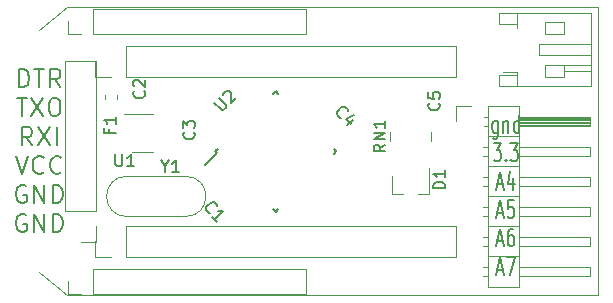
<source format=gto>
G04 #@! TF.GenerationSoftware,KiCad,Pcbnew,(5.1.2)-1*
G04 #@! TF.CreationDate,2019-08-30T21:10:08+09:00*
G04 #@! TF.ProjectId,wii_controller,7769695f-636f-46e7-9472-6f6c6c65722e,rev?*
G04 #@! TF.SameCoordinates,PXdf378e0PY8bfaf60*
G04 #@! TF.FileFunction,Legend,Top*
G04 #@! TF.FilePolarity,Positive*
%FSLAX46Y46*%
G04 Gerber Fmt 4.6, Leading zero omitted, Abs format (unit mm)*
G04 Created by KiCad (PCBNEW (5.1.2)-1) date 2019-08-30 21:10:08*
%MOMM*%
%LPD*%
G04 APERTURE LIST*
%ADD10C,0.200000*%
%ADD11C,0.150000*%
%ADD12C,0.050000*%
%ADD13C,0.120000*%
G04 APERTURE END LIST*
D10*
X-5214286Y5446429D02*
X-5214286Y6946429D01*
X-4857143Y6946429D01*
X-4642858Y6875000D01*
X-4500000Y6732143D01*
X-4428572Y6589286D01*
X-4357143Y6303572D01*
X-4357143Y6089286D01*
X-4428572Y5803572D01*
X-4500000Y5660715D01*
X-4642858Y5517858D01*
X-4857143Y5446429D01*
X-5214286Y5446429D01*
X-3928572Y6946429D02*
X-3071429Y6946429D01*
X-3500000Y5446429D02*
X-3500000Y6946429D01*
X-1714286Y5446429D02*
X-2214286Y6160715D01*
X-2571429Y5446429D02*
X-2571429Y6946429D01*
X-2000000Y6946429D01*
X-1857143Y6875000D01*
X-1785715Y6803572D01*
X-1714286Y6660715D01*
X-1714286Y6446429D01*
X-1785715Y6303572D01*
X-1857143Y6232143D01*
X-2000000Y6160715D01*
X-2571429Y6160715D01*
X-5428572Y4496429D02*
X-4571429Y4496429D01*
X-5000000Y2996429D02*
X-5000000Y4496429D01*
X-4214286Y4496429D02*
X-3214286Y2996429D01*
X-3214286Y4496429D02*
X-4214286Y2996429D01*
X-2357143Y4496429D02*
X-2071429Y4496429D01*
X-1928572Y4425000D01*
X-1785715Y4282143D01*
X-1714286Y3996429D01*
X-1714286Y3496429D01*
X-1785715Y3210715D01*
X-1928572Y3067858D01*
X-2071429Y2996429D01*
X-2357143Y2996429D01*
X-2500000Y3067858D01*
X-2642858Y3210715D01*
X-2714286Y3496429D01*
X-2714286Y3996429D01*
X-2642858Y4282143D01*
X-2500000Y4425000D01*
X-2357143Y4496429D01*
X-4107143Y546429D02*
X-4607143Y1260715D01*
X-4964286Y546429D02*
X-4964286Y2046429D01*
X-4392858Y2046429D01*
X-4250000Y1975000D01*
X-4178572Y1903572D01*
X-4107143Y1760715D01*
X-4107143Y1546429D01*
X-4178572Y1403572D01*
X-4250000Y1332143D01*
X-4392858Y1260715D01*
X-4964286Y1260715D01*
X-3607143Y2046429D02*
X-2607143Y546429D01*
X-2607143Y2046429D02*
X-3607143Y546429D01*
X-2035715Y546429D02*
X-2035715Y2046429D01*
X-5500000Y-403571D02*
X-5000000Y-1903571D01*
X-4500000Y-403571D01*
X-3142858Y-1760714D02*
X-3214286Y-1832142D01*
X-3428572Y-1903571D01*
X-3571429Y-1903571D01*
X-3785715Y-1832142D01*
X-3928572Y-1689285D01*
X-4000000Y-1546428D01*
X-4071429Y-1260714D01*
X-4071429Y-1046428D01*
X-4000000Y-760714D01*
X-3928572Y-617857D01*
X-3785715Y-475000D01*
X-3571429Y-403571D01*
X-3428572Y-403571D01*
X-3214286Y-475000D01*
X-3142858Y-546428D01*
X-1642858Y-1760714D02*
X-1714286Y-1832142D01*
X-1928572Y-1903571D01*
X-2071429Y-1903571D01*
X-2285715Y-1832142D01*
X-2428572Y-1689285D01*
X-2500000Y-1546428D01*
X-2571429Y-1260714D01*
X-2571429Y-1046428D01*
X-2500000Y-760714D01*
X-2428572Y-617857D01*
X-2285715Y-475000D01*
X-2071429Y-403571D01*
X-1928572Y-403571D01*
X-1714286Y-475000D01*
X-1642858Y-546428D01*
X-4642858Y-2925000D02*
X-4785715Y-2853571D01*
X-5000000Y-2853571D01*
X-5214286Y-2925000D01*
X-5357143Y-3067857D01*
X-5428572Y-3210714D01*
X-5500000Y-3496428D01*
X-5500000Y-3710714D01*
X-5428572Y-3996428D01*
X-5357143Y-4139285D01*
X-5214286Y-4282142D01*
X-5000000Y-4353571D01*
X-4857143Y-4353571D01*
X-4642858Y-4282142D01*
X-4571429Y-4210714D01*
X-4571429Y-3710714D01*
X-4857143Y-3710714D01*
X-3928572Y-4353571D02*
X-3928572Y-2853571D01*
X-3071429Y-4353571D01*
X-3071429Y-2853571D01*
X-2357143Y-4353571D02*
X-2357143Y-2853571D01*
X-2000000Y-2853571D01*
X-1785715Y-2925000D01*
X-1642858Y-3067857D01*
X-1571429Y-3210714D01*
X-1500000Y-3496428D01*
X-1500000Y-3710714D01*
X-1571429Y-3996428D01*
X-1642858Y-4139285D01*
X-1785715Y-4282142D01*
X-2000000Y-4353571D01*
X-2357143Y-4353571D01*
X-4642858Y-5375000D02*
X-4785715Y-5303571D01*
X-5000000Y-5303571D01*
X-5214286Y-5375000D01*
X-5357143Y-5517857D01*
X-5428572Y-5660714D01*
X-5500000Y-5946428D01*
X-5500000Y-6160714D01*
X-5428572Y-6446428D01*
X-5357143Y-6589285D01*
X-5214286Y-6732142D01*
X-5000000Y-6803571D01*
X-4857143Y-6803571D01*
X-4642858Y-6732142D01*
X-4571429Y-6660714D01*
X-4571429Y-6160714D01*
X-4857143Y-6160714D01*
X-3928572Y-6803571D02*
X-3928572Y-5303571D01*
X-3071429Y-6803571D01*
X-3071429Y-5303571D01*
X-2357143Y-6803571D02*
X-2357143Y-5303571D01*
X-2000000Y-5303571D01*
X-1785715Y-5375000D01*
X-1642858Y-5517857D01*
X-1571429Y-5660714D01*
X-1500000Y-5946428D01*
X-1500000Y-6160714D01*
X-1571429Y-6446428D01*
X-1642858Y-6589285D01*
X-1785715Y-6732142D01*
X-2000000Y-6803571D01*
X-2357143Y-6803571D01*
D11*
X35309523Y2571429D02*
X35309523Y1357143D01*
X35261904Y1214286D01*
X35214285Y1142858D01*
X35119047Y1071429D01*
X34976190Y1071429D01*
X34880952Y1142858D01*
X35309523Y1642858D02*
X35214285Y1571429D01*
X35023809Y1571429D01*
X34928571Y1642858D01*
X34880952Y1714286D01*
X34833333Y1857143D01*
X34833333Y2285715D01*
X34880952Y2428572D01*
X34928571Y2500000D01*
X35023809Y2571429D01*
X35214285Y2571429D01*
X35309523Y2500000D01*
X35785714Y2571429D02*
X35785714Y1571429D01*
X35785714Y2428572D02*
X35833333Y2500000D01*
X35928571Y2571429D01*
X36071428Y2571429D01*
X36166666Y2500000D01*
X36214285Y2357143D01*
X36214285Y1571429D01*
X37119047Y1571429D02*
X37119047Y3071429D01*
X37119047Y1642858D02*
X37023809Y1571429D01*
X36833333Y1571429D01*
X36738095Y1642858D01*
X36690476Y1714286D01*
X36642857Y1857143D01*
X36642857Y2285715D01*
X36690476Y2428572D01*
X36738095Y2500000D01*
X36833333Y2571429D01*
X37023809Y2571429D01*
X37119047Y2500000D01*
X34952380Y671429D02*
X35571428Y671429D01*
X35238095Y100000D01*
X35380952Y100000D01*
X35476190Y28572D01*
X35523809Y-42857D01*
X35571428Y-185714D01*
X35571428Y-542857D01*
X35523809Y-685714D01*
X35476190Y-757142D01*
X35380952Y-828571D01*
X35095238Y-828571D01*
X35000000Y-757142D01*
X34952380Y-685714D01*
X36000000Y-685714D02*
X36047619Y-757142D01*
X36000000Y-828571D01*
X35952380Y-757142D01*
X36000000Y-685714D01*
X36000000Y-828571D01*
X36380952Y671429D02*
X37000000Y671429D01*
X36666666Y100000D01*
X36809523Y100000D01*
X36904761Y28572D01*
X36952380Y-42857D01*
X37000000Y-185714D01*
X37000000Y-542857D01*
X36952380Y-685714D01*
X36904761Y-757142D01*
X36809523Y-828571D01*
X36523809Y-828571D01*
X36428571Y-757142D01*
X36380952Y-685714D01*
X35285714Y-2800000D02*
X35761904Y-2800000D01*
X35190476Y-3228571D02*
X35523809Y-1728571D01*
X35857142Y-3228571D01*
X36619047Y-2228571D02*
X36619047Y-3228571D01*
X36380952Y-1657142D02*
X36142857Y-2728571D01*
X36761904Y-2728571D01*
X35285714Y-5200000D02*
X35761904Y-5200000D01*
X35190476Y-5628571D02*
X35523809Y-4128571D01*
X35857142Y-5628571D01*
X36666666Y-4128571D02*
X36190476Y-4128571D01*
X36142857Y-4842857D01*
X36190476Y-4771428D01*
X36285714Y-4700000D01*
X36523809Y-4700000D01*
X36619047Y-4771428D01*
X36666666Y-4842857D01*
X36714285Y-4985714D01*
X36714285Y-5342857D01*
X36666666Y-5485714D01*
X36619047Y-5557142D01*
X36523809Y-5628571D01*
X36285714Y-5628571D01*
X36190476Y-5557142D01*
X36142857Y-5485714D01*
X35285714Y-7600000D02*
X35761904Y-7600000D01*
X35190476Y-8028571D02*
X35523809Y-6528571D01*
X35857142Y-8028571D01*
X36619047Y-6528571D02*
X36428571Y-6528571D01*
X36333333Y-6600000D01*
X36285714Y-6671428D01*
X36190476Y-6885714D01*
X36142857Y-7171428D01*
X36142857Y-7742857D01*
X36190476Y-7885714D01*
X36238095Y-7957142D01*
X36333333Y-8028571D01*
X36523809Y-8028571D01*
X36619047Y-7957142D01*
X36666666Y-7885714D01*
X36714285Y-7742857D01*
X36714285Y-7385714D01*
X36666666Y-7242857D01*
X36619047Y-7171428D01*
X36523809Y-7100000D01*
X36333333Y-7100000D01*
X36238095Y-7171428D01*
X36190476Y-7242857D01*
X36142857Y-7385714D01*
X35285714Y-10000000D02*
X35761904Y-10000000D01*
X35190476Y-10428571D02*
X35523809Y-8928571D01*
X35857142Y-10428571D01*
X36095238Y-8928571D02*
X36761904Y-8928571D01*
X36333333Y-10428571D01*
D12*
X43802081Y12202082D02*
X-1197919Y12202082D01*
X43802082Y-12197919D02*
X43802081Y12202082D01*
X-1197918Y-12197919D02*
X43802082Y-12197919D01*
X-3500000Y10250000D02*
X-1197919Y12202082D01*
X-3500000Y-10250000D02*
X-1197918Y-12197919D01*
D13*
X26222082Y1672082D02*
X26222082Y872082D01*
X29662082Y1672082D02*
X29662082Y872082D01*
X31752082Y3812082D02*
X33022082Y3812082D01*
X31752082Y2542082D02*
X31752082Y3812082D01*
X34065011Y-10537918D02*
X34462082Y-10537918D01*
X34065011Y-9777918D02*
X34462082Y-9777918D01*
X43122082Y-10537918D02*
X37122082Y-10537918D01*
X43122082Y-9777918D02*
X43122082Y-10537918D01*
X37122082Y-9777918D02*
X43122082Y-9777918D01*
X34462082Y-8887918D02*
X37122082Y-8887918D01*
X34065011Y-7997918D02*
X34462082Y-7997918D01*
X34065011Y-7237918D02*
X34462082Y-7237918D01*
X43122082Y-7997918D02*
X37122082Y-7997918D01*
X43122082Y-7237918D02*
X43122082Y-7997918D01*
X37122082Y-7237918D02*
X43122082Y-7237918D01*
X34462082Y-6347918D02*
X37122082Y-6347918D01*
X34065011Y-5457918D02*
X34462082Y-5457918D01*
X34065011Y-4697918D02*
X34462082Y-4697918D01*
X43122082Y-5457918D02*
X37122082Y-5457918D01*
X43122082Y-4697918D02*
X43122082Y-5457918D01*
X37122082Y-4697918D02*
X43122082Y-4697918D01*
X34462082Y-3807918D02*
X37122082Y-3807918D01*
X34065011Y-2917918D02*
X34462082Y-2917918D01*
X34065011Y-2157918D02*
X34462082Y-2157918D01*
X43122082Y-2917918D02*
X37122082Y-2917918D01*
X43122082Y-2157918D02*
X43122082Y-2917918D01*
X37122082Y-2157918D02*
X43122082Y-2157918D01*
X34462082Y-1267918D02*
X37122082Y-1267918D01*
X34065011Y-377918D02*
X34462082Y-377918D01*
X34065011Y382082D02*
X34462082Y382082D01*
X43122082Y-377918D02*
X37122082Y-377918D01*
X43122082Y382082D02*
X43122082Y-377918D01*
X37122082Y382082D02*
X43122082Y382082D01*
X34462082Y1272082D02*
X37122082Y1272082D01*
X34132082Y2162082D02*
X34462082Y2162082D01*
X34132082Y2922082D02*
X34462082Y2922082D01*
X37122082Y2262082D02*
X43122082Y2262082D01*
X37122082Y2382082D02*
X43122082Y2382082D01*
X37122082Y2502082D02*
X43122082Y2502082D01*
X37122082Y2622082D02*
X43122082Y2622082D01*
X37122082Y2742082D02*
X43122082Y2742082D01*
X37122082Y2862082D02*
X43122082Y2862082D01*
X43122082Y2162082D02*
X37122082Y2162082D01*
X43122082Y2922082D02*
X43122082Y2162082D01*
X37122082Y2922082D02*
X43122082Y2922082D01*
X37122082Y3872082D02*
X34462082Y3872082D01*
X37122082Y-11487918D02*
X37122082Y3872082D01*
X34462082Y-11487918D02*
X37122082Y-11487918D01*
X34462082Y3872082D02*
X34462082Y-11487918D01*
X26362082Y-3567919D02*
X27292082Y-3567919D01*
X29522082Y-3567919D02*
X28592082Y-3567919D01*
X29522082Y-3567919D02*
X29522082Y-1407919D01*
X26362082Y-3567919D02*
X26362082Y-2107919D01*
X3052081Y4762362D02*
X3052081Y4436804D01*
X2032081Y4762362D02*
X2032081Y4436804D01*
X36972081Y6762082D02*
X36972081Y6482082D01*
X36972081Y6482082D02*
X35372081Y6482082D01*
X35372081Y6482082D02*
X35372081Y5562082D01*
X35372081Y5562082D02*
X43192081Y5562082D01*
X43192081Y5562082D02*
X43192081Y11682082D01*
X43192081Y11682082D02*
X35372081Y11682082D01*
X35372081Y11682082D02*
X35372081Y10762082D01*
X35372081Y10762082D02*
X36972081Y10762082D01*
X36972081Y10762082D02*
X36972081Y10482082D01*
X43192081Y8122082D02*
X38832081Y8122082D01*
X38832081Y8122082D02*
X38832081Y9122082D01*
X38832081Y9122082D02*
X43192081Y9122082D01*
X36972081Y5562082D02*
X36972081Y6482082D01*
X36972081Y11682082D02*
X36972081Y10762082D01*
X39332081Y6322082D02*
X40932081Y6322082D01*
X40932081Y6322082D02*
X40932081Y7322082D01*
X40932081Y7322082D02*
X39332081Y7322082D01*
X39332081Y7322082D02*
X39332081Y6322082D01*
X39332081Y10922082D02*
X40932081Y10922082D01*
X40932081Y10922082D02*
X40932081Y9922082D01*
X40932081Y9922082D02*
X39332081Y9922082D01*
X39332081Y9922082D02*
X39332081Y10922082D01*
X40932081Y7322082D02*
X43192081Y7322082D01*
X40932081Y6822082D02*
X43192081Y6822082D01*
X36972081Y6762082D02*
X35757081Y6762082D01*
X1332082Y7682082D02*
X-1327918Y7682082D01*
X1332082Y-5077918D02*
X1332082Y7682082D01*
X-1327918Y-5077918D02*
X-1327918Y7682082D01*
X1332082Y-5077918D02*
X-1327918Y-5077918D01*
X1332082Y-6347918D02*
X1332082Y-7677918D01*
X1332082Y-7677918D02*
X2082Y-7677918D01*
X31812081Y-8947919D02*
X31812081Y-6287919D01*
X3812081Y-8947919D02*
X31812081Y-8947919D01*
X3812081Y-6287919D02*
X31812081Y-6287919D01*
X3812081Y-8947919D02*
X3812081Y-6287919D01*
X2542081Y-8947919D02*
X1212081Y-8947919D01*
X1212081Y-8947919D02*
X1212081Y-7617919D01*
X1212082Y6292082D02*
X1212082Y7622082D01*
X2542082Y6292082D02*
X1212082Y6292082D01*
X3812082Y6292082D02*
X3812082Y8952082D01*
X3812082Y8952082D02*
X31812082Y8952082D01*
X3812082Y6292082D02*
X31812082Y6292082D01*
X31812082Y6292082D02*
X31812082Y8952082D01*
X19062082Y-12057919D02*
X19062082Y-9937919D01*
X1002082Y-12057919D02*
X19062082Y-12057919D01*
X1002082Y-9937919D02*
X19062082Y-9937919D01*
X1002082Y-12057919D02*
X1002082Y-9937919D01*
X2082Y-12057919D02*
X-1057918Y-12057919D01*
X-1057918Y-12057919D02*
X-1057918Y-10997919D01*
X-1057918Y9942081D02*
X-1057918Y11002081D01*
X2082Y9942081D02*
X-1057918Y9942081D01*
X1002082Y9942081D02*
X1002082Y12062081D01*
X1002082Y12062081D02*
X19062082Y12062081D01*
X1002082Y9942081D02*
X19062082Y9942081D01*
X19062082Y9942081D02*
X19062082Y12062081D01*
X4352082Y-17919D02*
X6152082Y-17919D01*
X6152082Y3202081D02*
X3702082Y3202081D01*
D11*
X11385558Y2082D02*
X11544657Y-157017D01*
X16512082Y5128606D02*
X16741892Y4898796D01*
X21638606Y2082D02*
X21408796Y231892D01*
X16512082Y-5124442D02*
X16282272Y-4894632D01*
X11385558Y2082D02*
X11615368Y231892D01*
X16512082Y-5124442D02*
X16741892Y-4894632D01*
X21638606Y2082D02*
X21408796Y-227728D01*
X16512082Y5128606D02*
X16282272Y4898796D01*
X11544657Y-157017D02*
X10537030Y-1164644D01*
D13*
X3892081Y-2107918D02*
X8892081Y-2107918D01*
X3892081Y-5507918D02*
X8892081Y-5507918D01*
X3892081Y-5507918D02*
G75*
G02X3892081Y-2107918I0J1700000D01*
G01*
X8892081Y-5507918D02*
G75*
G03X8892081Y-2107918I0J1700000D01*
G01*
D11*
X25794462Y581606D02*
X25318272Y248273D01*
X25794462Y10178D02*
X24794462Y10178D01*
X24794462Y391130D01*
X24842082Y486368D01*
X24889701Y533987D01*
X24984939Y581606D01*
X25127796Y581606D01*
X25223034Y533987D01*
X25270653Y486368D01*
X25318272Y391130D01*
X25318272Y10178D01*
X25794462Y1010178D02*
X24794462Y1010178D01*
X25794462Y1581606D01*
X24794462Y1581606D01*
X25794462Y2581606D02*
X25794462Y2010178D01*
X25794462Y2295892D02*
X24794462Y2295892D01*
X24937320Y2200654D01*
X25032558Y2105416D01*
X25080177Y2010178D01*
X10947323Y-5202868D02*
X10879980Y-5202868D01*
X10745293Y-5135524D01*
X10677949Y-5068181D01*
X10610606Y-4933493D01*
X10610606Y-4798806D01*
X10644277Y-4697791D01*
X10745293Y-4529432D01*
X10846308Y-4428417D01*
X11014667Y-4327402D01*
X11115682Y-4293730D01*
X11250369Y-4293730D01*
X11385056Y-4361074D01*
X11452400Y-4428417D01*
X11519743Y-4563104D01*
X11519743Y-4630448D01*
X11553415Y-5943646D02*
X11149354Y-5539585D01*
X11351384Y-5741616D02*
X12058491Y-5034509D01*
X11890132Y-5068181D01*
X11755445Y-5068181D01*
X11654430Y-5034509D01*
X5359223Y5135416D02*
X5406842Y5087797D01*
X5454461Y4944940D01*
X5454461Y4849702D01*
X5406842Y4706844D01*
X5311604Y4611606D01*
X5216366Y4563987D01*
X5025890Y4516368D01*
X4883033Y4516368D01*
X4692557Y4563987D01*
X4597319Y4611606D01*
X4502081Y4706844D01*
X4454461Y4849702D01*
X4454461Y4944940D01*
X4502081Y5087797D01*
X4549700Y5135416D01*
X4549700Y5516368D02*
X4502081Y5563987D01*
X4454461Y5659225D01*
X4454461Y5897321D01*
X4502081Y5992559D01*
X4549700Y6040178D01*
X4644938Y6087797D01*
X4740176Y6087797D01*
X4883033Y6040178D01*
X5454461Y5468749D01*
X5454461Y6087797D01*
X9559224Y1635415D02*
X9606843Y1587796D01*
X9654462Y1444939D01*
X9654462Y1349701D01*
X9606843Y1206843D01*
X9511605Y1111605D01*
X9416367Y1063986D01*
X9225891Y1016367D01*
X9083034Y1016367D01*
X8892558Y1063986D01*
X8797320Y1111605D01*
X8702082Y1206843D01*
X8654462Y1349701D01*
X8654462Y1444939D01*
X8702082Y1587796D01*
X8749701Y1635415D01*
X8654462Y1968748D02*
X8654462Y2587796D01*
X9035415Y2254462D01*
X9035415Y2397320D01*
X9083034Y2492558D01*
X9130653Y2540177D01*
X9225891Y2587796D01*
X9463986Y2587796D01*
X9559224Y2540177D01*
X9606843Y2492558D01*
X9654462Y2397320D01*
X9654462Y2111605D01*
X9606843Y2016367D01*
X9559224Y1968748D01*
X22031691Y2867394D02*
X21964348Y2867394D01*
X21829661Y2934738D01*
X21762317Y3002081D01*
X21694974Y3136769D01*
X21694974Y3271456D01*
X21728645Y3372471D01*
X21829661Y3540830D01*
X21930676Y3641845D01*
X22099035Y3742860D01*
X22200050Y3776532D01*
X22334737Y3776532D01*
X22469424Y3709188D01*
X22536768Y3641845D01*
X22604111Y3507158D01*
X22604111Y3439814D01*
X23041844Y2665364D02*
X22570439Y2193959D01*
X23142859Y3103097D02*
X22469424Y2766379D01*
X22907157Y2328646D01*
X30307142Y4098334D02*
X30354761Y4050715D01*
X30402380Y3907858D01*
X30402380Y3812620D01*
X30354761Y3669762D01*
X30259523Y3574524D01*
X30164285Y3526905D01*
X29973809Y3479286D01*
X29830952Y3479286D01*
X29640476Y3526905D01*
X29545238Y3574524D01*
X29450000Y3669762D01*
X29402380Y3812620D01*
X29402380Y3907858D01*
X29450000Y4050715D01*
X29497619Y4098334D01*
X29402380Y5003096D02*
X29402380Y4526905D01*
X29878571Y4479286D01*
X29830952Y4526905D01*
X29783333Y4622143D01*
X29783333Y4860239D01*
X29830952Y4955477D01*
X29878571Y5003096D01*
X29973809Y5050715D01*
X30211904Y5050715D01*
X30307142Y5003096D01*
X30354761Y4955477D01*
X30402380Y4860239D01*
X30402380Y4622143D01*
X30354761Y4526905D01*
X30307142Y4479286D01*
X30854462Y-3136014D02*
X29854462Y-3136014D01*
X29854462Y-2897919D01*
X29902082Y-2755061D01*
X29997320Y-2659823D01*
X30092558Y-2612204D01*
X30283034Y-2564585D01*
X30425891Y-2564585D01*
X30616367Y-2612204D01*
X30711605Y-2659823D01*
X30806843Y-2755061D01*
X30854462Y-2897919D01*
X30854462Y-3136014D01*
X30854462Y-1612204D02*
X30854462Y-2183633D01*
X30854462Y-1897919D02*
X29854462Y-1897919D01*
X29997320Y-1993157D01*
X30092558Y-2088395D01*
X30140177Y-2183633D01*
X2430652Y1868749D02*
X2430652Y1535416D01*
X2954461Y1535416D02*
X1954461Y1535416D01*
X1954461Y2011606D01*
X2954461Y2916368D02*
X2954461Y2344940D01*
X2954461Y2630654D02*
X1954461Y2630654D01*
X2097319Y2535416D01*
X2192557Y2440178D01*
X2240176Y2344940D01*
X2940177Y-250299D02*
X2940177Y-1059823D01*
X2987796Y-1155061D01*
X3035415Y-1202680D01*
X3130653Y-1250299D01*
X3321129Y-1250299D01*
X3416367Y-1202680D01*
X3463986Y-1155061D01*
X3511605Y-1059823D01*
X3511605Y-250299D01*
X4511605Y-1250299D02*
X3940177Y-1250299D01*
X4225891Y-1250299D02*
X4225891Y-250299D01*
X4130653Y-393157D01*
X4035415Y-488395D01*
X3940177Y-536014D01*
X11308112Y4128556D02*
X11880532Y3556136D01*
X11981547Y3522464D01*
X12048891Y3522464D01*
X12149906Y3556136D01*
X12284593Y3690823D01*
X12318265Y3791838D01*
X12318265Y3859182D01*
X12284593Y3960197D01*
X11712173Y4532617D01*
X12082563Y4768319D02*
X12082563Y4835662D01*
X12116234Y4936678D01*
X12284593Y5105036D01*
X12385608Y5138708D01*
X12452952Y5138708D01*
X12553967Y5105036D01*
X12621311Y5037693D01*
X12688654Y4903006D01*
X12688654Y4094884D01*
X13126387Y4532617D01*
X7125890Y-1274108D02*
X7125890Y-1750298D01*
X6792557Y-750298D02*
X7125890Y-1274108D01*
X7459223Y-750298D01*
X8316366Y-1750298D02*
X7744938Y-1750298D01*
X8030652Y-1750298D02*
X8030652Y-750298D01*
X7935414Y-893156D01*
X7840176Y-988394D01*
X7744938Y-1036013D01*
M02*

</source>
